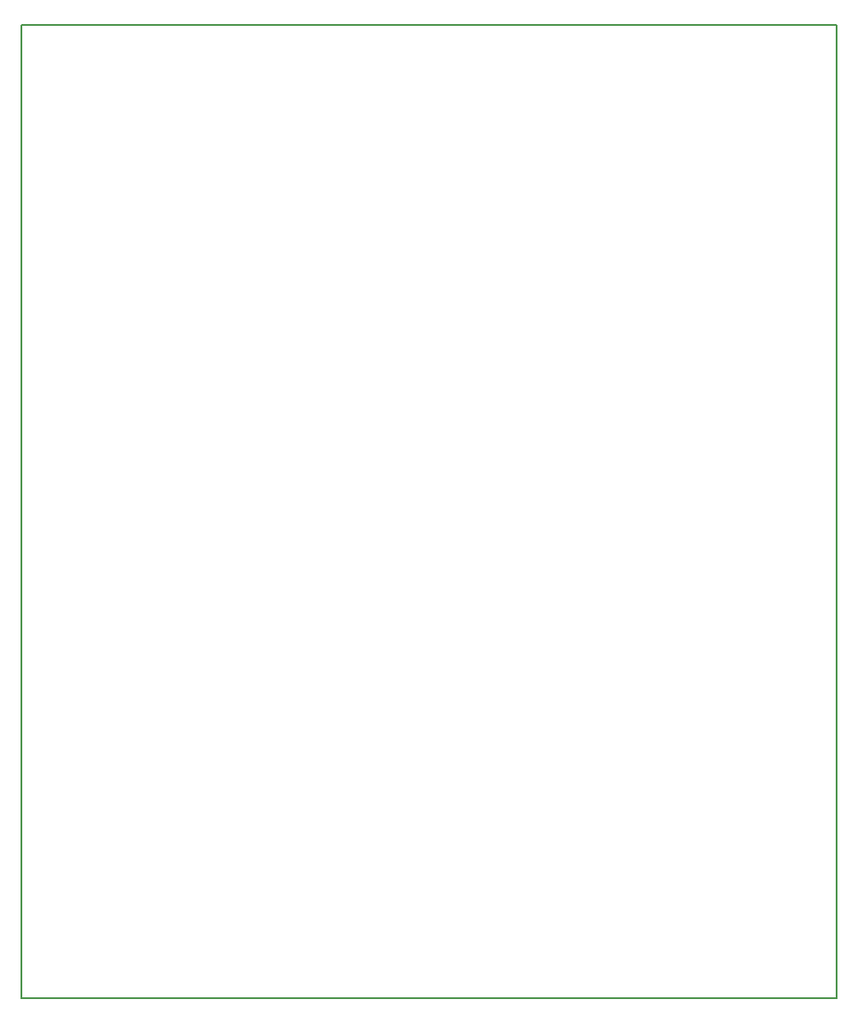
<source format=gbr>
G04 #@! TF.GenerationSoftware,KiCad,Pcbnew,(6.0.11)*
G04 #@! TF.CreationDate,2023-06-05T02:11:03+09:00*
G04 #@! TF.ProjectId,ballsensor_unity_board,62616c6c-7365-46e7-936f-725f756e6974,rev?*
G04 #@! TF.SameCoordinates,Original*
G04 #@! TF.FileFunction,Profile,NP*
%FSLAX46Y46*%
G04 Gerber Fmt 4.6, Leading zero omitted, Abs format (unit mm)*
G04 Created by KiCad (PCBNEW (6.0.11)) date 2023-06-05 02:11:03*
%MOMM*%
%LPD*%
G01*
G04 APERTURE LIST*
G04 #@! TA.AperFunction,Profile*
%ADD10C,0.200000*%
G04 #@! TD*
G04 APERTURE END LIST*
D10*
X88250000Y-46100000D02*
X88250000Y-138600000D01*
X165749764Y-138600000D02*
X165749764Y-46100000D01*
X165749764Y-138600000D02*
X88250000Y-138600000D01*
X88250000Y-46100000D02*
X165749764Y-46100000D01*
M02*

</source>
